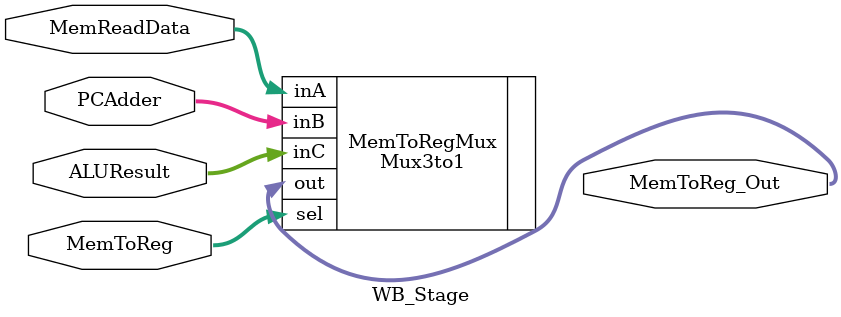
<source format=v>
`timescale 1ns / 1ps



module WB_Stage(
    MemToReg,       // Señal de control para seleccionar la fuente del dato a escribir.
    ALUResult,      // Resultado de la operación de la ALU.
    MemReadData,    // Datos leídos desde la memoria.
    PCAdder,        // Valor del PC actualizado.
    MemToReg_Out    // Salida: dato seleccionado para escribir de vuelta.
    );

    // Señal de control para seleccionar la fuente del dato a escribir:
    // 00: MemReadData, 01: PCAdder, 10: ALUResult.
    input [1:0] MemToReg;

    // Entradas de datos:
    input [31:0] ALUResult;     // Resultado de la ALU.
    input [31:0] MemReadData;   // Datos provenientes de la memoria.
    input [31:0] PCAdder;       // Dirección calculada del PC.

    // Salida: el dato seleccionado por el multiplexor.
    output wire [31:0] MemToReg_Out;

    // Multiplexor 3 a 1:
    // Selecciona la fuente del dato a escribir en base a la señal MemToReg.
    Mux3to1 MemToRegMux(
        .out(MemToReg_Out),     // Salida del multiplexor.
        .inA(MemReadData),      // Entrada A: datos de la memoria.
        .inB(PCAdder),          // Entrada B: valor del PC actualizado.
        .inC(ALUResult),        // Entrada C: resultado de la ALU.
        .sel(MemToReg)          // Selección de la entrada en función de MemToReg.
    );

endmodule

</source>
